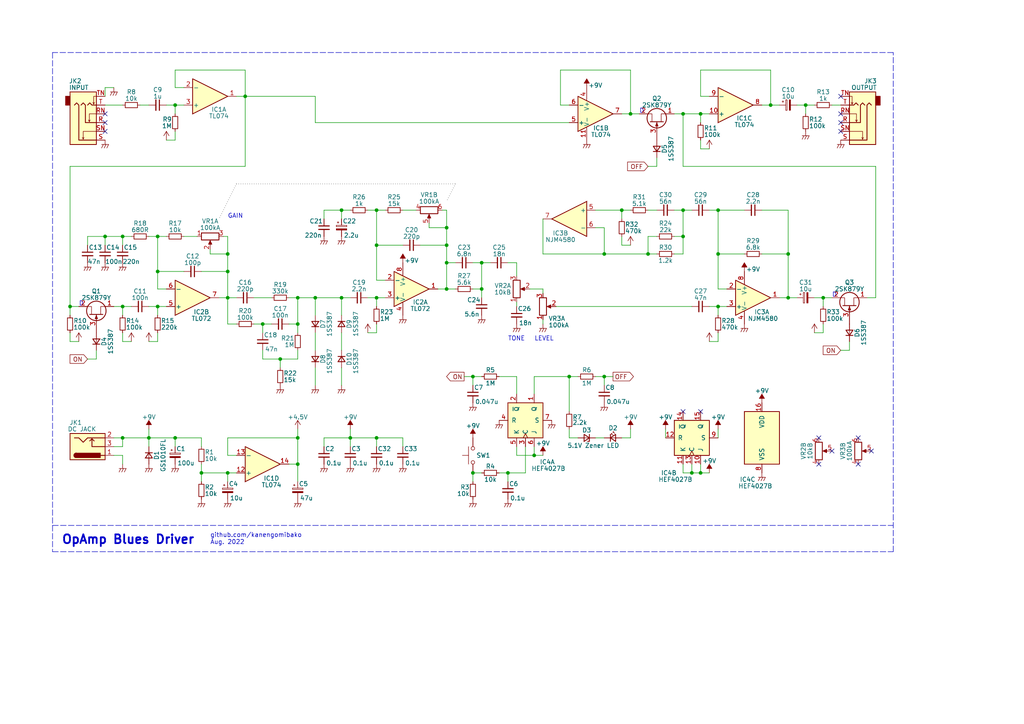
<source format=kicad_sch>
(kicad_sch (version 20211123) (generator eeschema)
  (paper "A4")
  (junction (at 228.6 86.36))
  (junction (at 233.68 30.48))
  (junction (at 137.16 137.16))
  (junction (at 71.12 27.94))
  (junction (at 45.72 68.58))
  (junction (at 198.12 60.96))
  (junction (at 35.56 88.9))
  (junction (at 45.72 88.9))
  (junction (at 91.44 86.36))
  (junction (at 129.54 71.12))
  (junction (at 66.04 73.66))
  (junction (at 139.7 83.82))
  (junction (at 180.34 60.96))
  (junction (at 101.6 127))
  (junction (at 129.54 76.2))
  (junction (at 45.72 78.74))
  (junction (at 147.32 137.16))
  (junction (at 200.66 137.16))
  (junction (at 30.48 68.58))
  (junction (at 203.2 33.02))
  (junction (at 50.8 127))
  (junction (at 139.7 76.2))
  (junction (at 76.2 93.98))
  (junction (at 198.12 68.58))
  (junction (at 66.04 86.36))
  (junction (at 66.04 137.16))
  (junction (at 223.52 30.48))
  (junction (at 86.36 134.62))
  (junction (at 35.56 68.58))
  (junction (at 228.6 73.66))
  (junction (at 66.04 78.74))
  (junction (at 175.26 73.66))
  (junction (at 182.88 33.02))
  (junction (at 99.06 86.36))
  (junction (at 203.2 137.16))
  (junction (at 81.28 104.14))
  (junction (at 175.26 109.22))
  (junction (at 129.54 83.82))
  (junction (at 198.12 33.02))
  (junction (at 99.06 60.96))
  (junction (at 50.8 30.48))
  (junction (at 129.54 66.04))
  (junction (at 86.36 86.36))
  (junction (at 86.36 127))
  (junction (at 86.36 93.98))
  (junction (at 43.18 127))
  (junction (at 20.32 88.9))
  (junction (at 165.1 109.22))
  (junction (at 137.16 109.22))
  (junction (at 35.56 127))
  (junction (at 187.96 73.66))
  (junction (at 208.28 88.9))
  (junction (at 208.28 73.66))
  (junction (at 109.22 71.12))
  (junction (at 109.22 86.36))
  (junction (at 58.42 137.16))
  (junction (at 238.76 86.36))
  (junction (at 208.28 60.96))
  (junction (at 109.22 60.96))
  (junction (at 154.94 132.08))
  (junction (at 109.22 127))
  (no_connect (at 237.49 127))
  (no_connect (at 237.49 134.62))
  (no_connect (at 241.3 130.81))
  (no_connect (at 248.92 127))
  (no_connect (at 248.92 134.62))
  (no_connect (at 252.73 130.81))
  (no_connect (at 203.2 119.38))
  (no_connect (at 198.12 119.38))
  (no_connect (at 30.48 35.56))
  (no_connect (at 30.48 38.1))
  (no_connect (at 30.48 33.02))
  (no_connect (at 243.84 27.94))
  (no_connect (at 243.84 35.56))
  (no_connect (at 243.84 38.1))
  (no_connect (at 243.84 33.02))
  (wire (pts (xy 198.12 48.26) (xy 254 48.26)))
  (wire (pts (xy 200.66 137.16) (xy 203.2 137.16)))
  (wire (pts (xy 71.12 27.94) (xy 71.12 48.26)))
  (wire (pts (xy 60.96 73.66) (xy 66.04 73.66)))
  (wire (pts (xy 182.88 20.32) (xy 182.88 33.02)))
  (wire (pts (xy 58.42 78.74) (xy 66.04 78.74)))
  (wire (pts (xy 129.54 76.2) (xy 132.08 76.2)))
  (wire (pts (xy 187.96 73.66) (xy 190.5 73.66)))
  (wire (pts (xy 30.48 25.4) (xy 33.02 25.4)))
  (wire (pts (xy 48.26 88.9) (xy 45.72 88.9)))
  (wire (pts (xy 139.7 137.16) (xy 137.16 137.16)))
  (wire (pts (xy 205.74 88.9) (xy 208.28 88.9)))
  (wire (pts (xy 157.48 83.82) (xy 157.48 85.09)))
  (wire (pts (xy 190.5 45.72) (xy 190.5 48.26)))
  (wire (pts (xy 20.32 48.26) (xy 20.32 88.9)))
  (wire (pts (xy 109.22 129.54) (xy 109.22 127)))
  (wire (pts (xy 109.22 86.36) (xy 111.76 86.36)))
  (wire (pts (xy 177.8 109.22) (xy 175.26 109.22)))
  (wire (pts (xy 45.72 96.52) (xy 45.72 99.06)))
  (wire (pts (xy 175.26 73.66) (xy 187.96 73.66)))
  (wire (pts (xy 109.22 71.12) (xy 109.22 81.28)))
  (wire (pts (xy 220.98 60.96) (xy 228.6 60.96)))
  (wire (pts (xy 147.32 137.16) (xy 147.32 139.7)))
  (wire (pts (xy 76.2 101.6) (xy 76.2 104.14)))
  (wire (pts (xy 30.48 27.94) (xy 30.48 25.4)))
  (wire (pts (xy 200.66 134.62) (xy 200.66 137.16)))
  (wire (pts (xy 180.34 33.02) (xy 182.88 33.02)))
  (wire (pts (xy 233.68 30.48) (xy 236.22 30.48)))
  (wire (pts (xy 20.32 88.9) (xy 22.86 88.9)))
  (wire (pts (xy 33.02 88.9) (xy 35.56 88.9)))
  (wire (pts (xy 154.94 132.08) (xy 157.48 132.08)))
  (wire (pts (xy 144.78 109.22) (xy 149.86 109.22)))
  (wire (pts (xy 193.04 127) (xy 193.04 124.46)))
  (wire (pts (xy 241.3 30.48) (xy 243.84 30.48)))
  (wire (pts (xy 93.98 129.54) (xy 93.98 127)))
  (wire (pts (xy 198.12 73.66) (xy 195.58 73.66)))
  (wire (pts (xy 68.58 27.94) (xy 71.12 27.94)))
  (wire (pts (xy 109.22 60.96) (xy 106.68 60.96)))
  (wire (pts (xy 149.86 87.63) (xy 149.86 88.9)))
  (wire (pts (xy 208.28 73.66) (xy 208.28 83.82)))
  (wire (pts (xy 30.48 30.48) (xy 35.56 30.48)))
  (wire (pts (xy 157.48 63.5) (xy 157.48 73.66)))
  (wire (pts (xy 50.8 33.02) (xy 50.8 30.48)))
  (wire (pts (xy 228.6 73.66) (xy 228.6 86.36)))
  (wire (pts (xy 172.72 60.96) (xy 180.34 60.96)))
  (wire (pts (xy 101.6 129.54) (xy 101.6 127)))
  (wire (pts (xy 205.74 27.94) (xy 203.2 27.94)))
  (wire (pts (xy 66.04 73.66) (xy 66.04 78.74)))
  (wire (pts (xy 22.86 99.06) (xy 20.32 99.06)))
  (wire (pts (xy 231.14 30.48) (xy 233.68 30.48)))
  (wire (pts (xy 137.16 109.22) (xy 134.62 109.22)))
  (polyline (pts (xy 259.08 15.24) (xy 15.24 15.24)))
  (wire (pts (xy 139.7 109.22) (xy 137.16 109.22)))
  (wire (pts (xy 91.44 101.6) (xy 91.44 96.52)))
  (wire (pts (xy 58.42 137.16) (xy 58.42 139.7)))
  (wire (pts (xy 203.2 35.56) (xy 203.2 33.02)))
  (wire (pts (xy 111.76 81.28) (xy 109.22 81.28)))
  (wire (pts (xy 116.84 71.12) (xy 109.22 71.12)))
  (wire (pts (xy 99.06 111.76) (xy 99.06 106.68)))
  (wire (pts (xy 106.68 86.36) (xy 109.22 86.36)))
  (wire (pts (xy 198.12 33.02) (xy 198.12 48.26)))
  (wire (pts (xy 208.28 60.96) (xy 208.28 73.66)))
  (wire (pts (xy 167.64 109.22) (xy 165.1 109.22)))
  (wire (pts (xy 83.82 86.36) (xy 86.36 86.36)))
  (wire (pts (xy 124.46 66.04) (xy 129.54 66.04)))
  (wire (pts (xy 208.28 88.9) (xy 208.28 91.44)))
  (wire (pts (xy 116.84 127) (xy 116.84 129.54)))
  (wire (pts (xy 139.7 76.2) (xy 139.7 83.82)))
  (polyline (pts (xy 68.58 53.34) (xy 132.08 53.34)) (stroke (width 0) (type dot) (color 72 72 72 1)))
  (wire (pts (xy 66.04 137.16) (xy 68.58 137.16)))
  (wire (pts (xy 93.98 60.96) (xy 99.06 60.96)))
  (wire (pts (xy 251.46 86.36) (xy 254 86.36)))
  (wire (pts (xy 157.48 92.71) (xy 157.48 93.98)))
  (wire (pts (xy 68.58 132.08) (xy 66.04 132.08)))
  (wire (pts (xy 127 83.82) (xy 129.54 83.82)))
  (wire (pts (xy 81.28 104.14) (xy 86.36 104.14)))
  (wire (pts (xy 195.58 33.02) (xy 198.12 33.02)))
  (wire (pts (xy 198.12 33.02) (xy 203.2 33.02)))
  (wire (pts (xy 203.2 27.94) (xy 203.2 20.32)))
  (wire (pts (xy 129.54 71.12) (xy 121.92 71.12)))
  (wire (pts (xy 33.02 129.54) (xy 35.56 129.54)))
  (wire (pts (xy 129.54 76.2) (xy 129.54 71.12)))
  (wire (pts (xy 20.32 48.26) (xy 71.12 48.26)))
  (wire (pts (xy 68.58 86.36) (xy 66.04 86.36)))
  (wire (pts (xy 128.27 60.96) (xy 129.54 60.96)))
  (wire (pts (xy 45.72 78.74) (xy 53.34 78.74)))
  (wire (pts (xy 93.98 63.5) (xy 93.98 60.96)))
  (wire (pts (xy 38.1 99.06) (xy 35.56 99.06)))
  (wire (pts (xy 236.22 96.52) (xy 238.76 96.52)))
  (wire (pts (xy 86.36 86.36) (xy 86.36 93.98)))
  (wire (pts (xy 228.6 86.36) (xy 231.14 86.36)))
  (wire (pts (xy 172.72 127) (xy 175.26 127)))
  (wire (pts (xy 223.52 30.48) (xy 226.06 30.48)))
  (wire (pts (xy 91.44 35.56) (xy 91.44 27.94)))
  (wire (pts (xy 129.54 83.82) (xy 132.08 83.82)))
  (wire (pts (xy 76.2 104.14) (xy 81.28 104.14)))
  (wire (pts (xy 50.8 30.48) (xy 48.26 30.48)))
  (wire (pts (xy 27.94 104.14) (xy 27.94 101.6)))
  (wire (pts (xy 91.44 86.36) (xy 99.06 86.36)))
  (wire (pts (xy 76.2 93.98) (xy 78.74 93.98)))
  (wire (pts (xy 144.78 137.16) (xy 147.32 137.16)))
  (wire (pts (xy 66.04 78.74) (xy 66.04 86.36)))
  (wire (pts (xy 45.72 83.82) (xy 45.72 78.74)))
  (wire (pts (xy 43.18 88.9) (xy 45.72 88.9)))
  (wire (pts (xy 50.8 40.64) (xy 48.26 40.64)))
  (wire (pts (xy 64.77 68.58) (xy 66.04 68.58)))
  (wire (pts (xy 76.2 93.98) (xy 76.2 96.52)))
  (wire (pts (xy 50.8 127) (xy 58.42 127)))
  (wire (pts (xy 109.22 127) (xy 116.84 127)))
  (wire (pts (xy 154.94 109.22) (xy 154.94 114.3)))
  (wire (pts (xy 35.56 96.52) (xy 35.56 99.06)))
  (wire (pts (xy 53.34 25.4) (xy 50.8 25.4)))
  (wire (pts (xy 147.32 137.16) (xy 152.4 137.16)))
  (wire (pts (xy 93.98 127) (xy 101.6 127)))
  (wire (pts (xy 162.56 30.48) (xy 162.56 20.32)))
  (wire (pts (xy 149.86 76.2) (xy 149.86 80.01)))
  (wire (pts (xy 236.22 86.36) (xy 238.76 86.36)))
  (wire (pts (xy 25.4 71.12) (xy 25.4 68.58)))
  (wire (pts (xy 238.76 93.98) (xy 238.76 96.52)))
  (wire (pts (xy 73.66 86.36) (xy 78.74 86.36)))
  (wire (pts (xy 228.6 60.96) (xy 228.6 73.66)))
  (wire (pts (xy 109.22 96.52) (xy 106.68 96.52)))
  (wire (pts (xy 43.18 99.06) (xy 45.72 99.06)))
  (wire (pts (xy 71.12 27.94) (xy 91.44 27.94)))
  (wire (pts (xy 25.4 104.14) (xy 27.94 104.14)))
  (wire (pts (xy 190.5 48.26) (xy 187.96 48.26)))
  (wire (pts (xy 50.8 25.4) (xy 50.8 20.32)))
  (polyline (pts (xy 15.24 160.02) (xy 259.08 160.02)))
  (wire (pts (xy 30.48 71.12) (xy 30.48 68.58)))
  (wire (pts (xy 238.76 88.9) (xy 238.76 86.36)))
  (wire (pts (xy 83.82 134.62) (xy 86.36 134.62)))
  (wire (pts (xy 66.04 127) (xy 86.36 127)))
  (wire (pts (xy 35.56 129.54) (xy 35.56 127)))
  (wire (pts (xy 180.34 68.58) (xy 180.34 71.12)))
  (wire (pts (xy 109.22 88.9) (xy 109.22 86.36)))
  (polyline (pts (xy 259.08 160.02) (xy 259.08 15.24)))
  (wire (pts (xy 58.42 129.54) (xy 58.42 127)))
  (wire (pts (xy 175.26 109.22) (xy 175.26 111.76)))
  (wire (pts (xy 182.88 127) (xy 182.88 124.46)))
  (wire (pts (xy 66.04 137.16) (xy 66.04 139.7)))
  (wire (pts (xy 43.18 127) (xy 43.18 129.54)))
  (wire (pts (xy 45.72 68.58) (xy 43.18 68.58)))
  (wire (pts (xy 165.1 127) (xy 167.64 127)))
  (wire (pts (xy 91.44 106.68) (xy 91.44 111.76)))
  (wire (pts (xy 208.28 88.9) (xy 210.82 88.9)))
  (wire (pts (xy 175.26 66.04) (xy 175.26 73.66)))
  (wire (pts (xy 91.44 35.56) (xy 165.1 35.56)))
  (wire (pts (xy 43.18 124.46) (xy 43.18 127)))
  (wire (pts (xy 58.42 134.62) (xy 58.42 137.16)))
  (wire (pts (xy 215.9 73.66) (xy 208.28 73.66)))
  (wire (pts (xy 86.36 127) (xy 86.36 124.46)))
  (wire (pts (xy 182.88 33.02) (xy 185.42 33.02)))
  (wire (pts (xy 50.8 129.54) (xy 50.8 127)))
  (wire (pts (xy 137.16 83.82) (xy 139.7 83.82)))
  (wire (pts (xy 25.4 68.58) (xy 30.48 68.58)))
  (wire (pts (xy 99.06 96.52) (xy 99.06 101.6)))
  (wire (pts (xy 58.42 137.16) (xy 66.04 137.16)))
  (wire (pts (xy 154.94 109.22) (xy 165.1 109.22)))
  (wire (pts (xy 91.44 91.44) (xy 91.44 86.36)))
  (wire (pts (xy 35.56 132.08) (xy 35.56 134.62)))
  (wire (pts (xy 101.6 127) (xy 101.6 124.46)))
  (wire (pts (xy 195.58 68.58) (xy 198.12 68.58)))
  (wire (pts (xy 86.36 86.36) (xy 91.44 86.36)))
  (wire (pts (xy 223.52 30.48) (xy 220.98 30.48)))
  (wire (pts (xy 139.7 86.36) (xy 139.7 83.82)))
  (wire (pts (xy 153.67 83.82) (xy 157.48 83.82)))
  (wire (pts (xy 40.64 30.48) (xy 43.18 30.48)))
  (wire (pts (xy 165.1 124.46) (xy 165.1 127)))
  (wire (pts (xy 198.12 137.16) (xy 200.66 137.16)))
  (polyline (pts (xy 68.58 53.34) (xy 63.5 63.5)) (stroke (width 0) (type dot) (color 72 72 72 1)))
  (wire (pts (xy 99.06 91.44) (xy 99.06 86.36)))
  (wire (pts (xy 71.12 20.32) (xy 71.12 27.94)))
  (wire (pts (xy 208.28 127) (xy 208.28 124.46)))
  (wire (pts (xy 35.56 127) (xy 43.18 127)))
  (wire (pts (xy 203.2 33.02) (xy 205.74 33.02)))
  (wire (pts (xy 205.74 99.06) (xy 208.28 99.06)))
  (wire (pts (xy 190.5 60.96) (xy 187.96 60.96)))
  (wire (pts (xy 203.2 20.32) (xy 223.52 20.32)))
  (wire (pts (xy 180.34 60.96) (xy 182.88 60.96)))
  (wire (pts (xy 129.54 66.04) (xy 129.54 71.12)))
  (wire (pts (xy 180.34 127) (xy 182.88 127)))
  (wire (pts (xy 109.22 60.96) (xy 111.76 60.96)))
  (wire (pts (xy 53.34 68.58) (xy 57.15 68.58)))
  (wire (pts (xy 172.72 109.22) (xy 175.26 109.22)))
  (wire (pts (xy 139.7 76.2) (xy 142.24 76.2)))
  (wire (pts (xy 124.46 64.77) (xy 124.46 66.04)))
  (wire (pts (xy 50.8 38.1) (xy 50.8 40.64)))
  (wire (pts (xy 198.12 60.96) (xy 195.58 60.96)))
  (wire (pts (xy 20.32 96.52) (xy 20.32 99.06)))
  (wire (pts (xy 180.34 63.5) (xy 180.34 60.96)))
  (wire (pts (xy 246.38 99.06) (xy 246.38 101.6)))
  (wire (pts (xy 208.28 96.52) (xy 208.28 99.06)))
  (wire (pts (xy 45.72 68.58) (xy 45.72 78.74)))
  (wire (pts (xy 208.28 60.96) (xy 205.74 60.96)))
  (wire (pts (xy 175.26 73.66) (xy 157.48 73.66)))
  (wire (pts (xy 53.34 30.48) (xy 50.8 30.48)))
  (wire (pts (xy 149.86 129.54) (xy 149.86 132.08)))
  (wire (pts (xy 60.96 72.39) (xy 60.96 73.66)))
  (wire (pts (xy 233.68 30.48) (xy 233.68 33.02)))
  (wire (pts (xy 203.2 137.16) (xy 205.74 137.16)))
  (wire (pts (xy 152.4 137.16) (xy 152.4 129.54)))
  (wire (pts (xy 20.32 91.44) (xy 20.32 88.9)))
  (wire (pts (xy 50.8 20.32) (xy 71.12 20.32)))
  (wire (pts (xy 137.16 76.2) (xy 139.7 76.2)))
  (wire (pts (xy 66.04 86.36) (xy 66.04 93.98)))
  (wire (pts (xy 226.06 86.36) (xy 228.6 86.36)))
  (wire (pts (xy 220.98 73.66) (xy 228.6 73.66)))
  (wire (pts (xy 99.06 60.96) (xy 99.06 63.5)))
  (wire (pts (xy 66.04 132.08) (xy 66.04 127)))
  (wire (pts (xy 86.36 134.62) (xy 86.36 139.7)))
  (wire (pts (xy 238.76 86.36) (xy 241.3 86.36)))
  (wire (pts (xy 66.04 73.66) (xy 66.04 68.58)))
  (wire (pts (xy 198.12 60.96) (xy 198.12 68.58)))
  (wire (pts (xy 35.56 68.58) (xy 38.1 68.58)))
  (wire (pts (xy 190.5 68.58) (xy 187.96 68.58)))
  (wire (pts (xy 223.52 20.32) (xy 223.52 30.48)))
  (wire (pts (xy 162.56 20.32) (xy 182.88 20.32)))
  (wire (pts (xy 109.22 93.98) (xy 109.22 96.52)))
  (wire (pts (xy 210.82 83.82) (xy 208.28 83.82)))
  (wire (pts (xy 208.28 60.96) (xy 215.9 60.96)))
  (wire (pts (xy 165.1 109.22) (xy 165.1 119.38)))
  (wire (pts (xy 137.16 109.22) (xy 137.16 111.76)))
  (wire (pts (xy 203.2 134.62) (xy 203.2 137.16)))
  (polyline (pts (xy 15.24 15.24) (xy 15.24 160.02)))
  (wire (pts (xy 154.94 129.54) (xy 154.94 132.08)))
  (wire (pts (xy 101.6 60.96) (xy 99.06 60.96)))
  (wire (pts (xy 172.72 66.04) (xy 175.26 66.04)))
  (wire (pts (xy 147.32 76.2) (xy 149.86 76.2)))
  (wire (pts (xy 205.74 43.18) (xy 203.2 43.18)))
  (wire (pts (xy 86.36 96.52) (xy 86.36 93.98)))
  (wire (pts (xy 137.16 137.16) (xy 137.16 139.7)))
  (polyline (pts (xy 132.08 53.34) (xy 129.54 58.42)) (stroke (width 0) (type dot) (color 72 72 72 1)))
  (polyline (pts (xy 15.24 152.4) (xy 259.08 152.4)))
  (wire (pts (xy 129.54 66.04) (xy 129.54 60.96)))
  (wire (pts (xy 45.72 88.9) (xy 45.72 91.44)))
  (wire (pts (xy 246.38 101.6) (xy 243.84 101.6)))
  (wire (pts (xy 30.48 68.58) (xy 35.56 68.58)))
  (wire (pts (xy 198.12 68.58) (xy 198.12 73.66)))
  (wire (pts (xy 35.56 88.9) (xy 38.1 88.9)))
  (wire (pts (xy 86.36 127) (xy 86.36 134.62)))
  (wire (pts (xy 149.86 132.08) (xy 154.94 132.08)))
  (wire (pts (xy 73.66 93.98) (xy 76.2 93.98)))
  (wire (pts (xy 48.26 83.82) (xy 45.72 83.82)))
  (wire (pts (xy 66.04 86.36) (xy 63.5 86.36)))
  (wire (pts (xy 165.1 30.48) (xy 162.56 30.48)))
  (wire (pts (xy 83.82 93.98) (xy 86.36 93.98)))
  (wire (pts (xy 99.06 86.36) (xy 101.6 86.36)))
  (wire (pts (xy 86.36 101.6) (xy 86.36 104.14)))
  (wire (pts (xy 187.96 68.58) (xy 187.96 73.66)))
  (wire (pts (xy 203.2 40.64) (xy 203.2 43.18)))
  (wire (pts (xy 129.54 76.2) (xy 129.54 83.82)))
  (wire (pts (xy 198.12 134.62) (xy 198.12 137.16)))
  (wire (pts (xy 33.02 127) (xy 35.56 127)))
  (wire (pts (xy 35.56 91.44) (xy 35.56 88.9)))
  (wire (pts (xy 109.22 71.12) (xy 109.22 60.96)))
  (wire (pts (xy 161.29 88.9) (xy 200.66 88.9)))
  (wire (pts (xy 33.02 132.08) (xy 35.56 132.08)))
  (wire (pts (xy 43.18 127) (xy 50.8 127)))
  (wire (pts (xy 48.26 68.58) (xy 45.72 68.58)))
  (wire (pts (xy 35.56 71.12) (xy 35.56 68.58)))
  (wire (pts (xy 254 48.26) (xy 254 86.36)))
  (wire (pts (xy 81.28 104.14) (xy 81.28 106.68)))
  (wire (pts (xy 66.04 93.98) (xy 68.58 93.98)))
  (wire (pts (xy 149.86 109.22) (xy 149.86 114.3)))
  (wire (pts (xy 200.66 60.96) (xy 198.12 60.96)))
  (wire (pts (xy 180.34 71.12) (xy 182.88 71.12)))
  (wire (pts (xy 101.6 127) (xy 109.22 127)))
  (wire (pts (xy 116.84 60.96) (xy 120.65 60.96)))
  (text "D" (at 185.42 33.02 0) (effects (font (size 1.27 1.27)) (justify left bottom)))
  (text "D" (at 241.3 86.36 0) (effects (font (size 1.27 1.27)) (justify left bottom)))
  (text "D" (at 22.86 88.9 0) (effects (font (size 1.27 1.27)) (justify left bottom)))
  (text "OpAmp Blues Driver" (at 17.78 158.115 0) (effects (font (size 2.54 2.54) (thickness 0.508) bold) (justify left bottom)))
  (text "GAIN" (at 66.04 63.5 0) (effects (font (size 1.27 1.27)) (justify left bottom)))
  (text "github.com/kanengomibako\nAug. 2022" (at 60.96 158.115 0) (effects (font (size 1.27 1.27)) (justify left bottom)))
  (text "TONE   LEVEL" (at 147.32 99.06 0) (effects (font (size 1.27 1.27)) (justify left bottom)))
  (global_label "OFF" (shape output) (at 177.8 109.22 0) (property "Intersheet References" "${INTERSHEET_REFS}" (effects hide)))
  (global_label "ON" (shape input) (at 243.84 101.6 180) (property "Intersheet References" "${INTERSHEET_REFS}" (effects hide)))
  (global_label "ON" (shape output) (at 134.62 109.22 180) (property "Intersheet References" "${INTERSHEET_REFS}" (effects hide)))
  (global_label "ON" (shape input) (at 25.4 104.14 180) (property "Intersheet References" "${INTERSHEET_REFS}" (effects hide)))
  (global_label "OFF" (shape input) (at 187.96 48.26 180) (property "Intersheet References" "${INTERSHEET_REFS}" (effects hide)))
  (symbol (lib_id "4xxx:4027") (at 200.66 127 270) (mirror x) (unit 2)
    (property "Reference" "IC4" (at 193.9925 137.16 90))
    (property "Value" "HEF4027B" (at 195.8975 139.065 90))
    (property "Footprint" "myFoot:my_SOIC-16_3.9x9.9mm_Pitch1.27mm" (effects hide))
  )
  (symbol (lib_name "GND_2") (lib_id "power:GND") (at 116.84 134.62 0) (unit 1)
    (property "Reference" "#PWR042" (effects hide))
    (property "Value" "GND" (effects hide))
  )
  (symbol (lib_name "GND_2") (lib_id "power:GND") (at 91.44 111.76 0) (unit 1)
    (property "Reference" "#PWR0116" (effects hide))
    (property "Value" "GND" (effects hide))
  )
  (symbol (lib_id "Device:R_Small") (at 208.28 93.98 0) (unit 1)
    (property "Reference" "R28" (at 209.2325 93.0275 0) (effects (justify left)))
    (property "Value" "470k" (at 209.2325 94.9325 0) (effects (justify left)))
    (property "Footprint" "Resistor_SMD:R_0603_1608Metric_Pad0.98x0.95mm_HandSolder" (effects hide))
  )
  (symbol (lib_id "Device:R_Small") (at 142.24 109.22 270) (mirror x) (unit 1)
    (property "Reference" "R5" (at 142.24 107.315 90))
    (property "Value" "1M" (at 142.24 111.125 90))
    (property "Footprint" "Resistor_SMD:R_0603_1608Metric_Pad0.98x0.95mm_HandSolder" (effects hide))
  )
  (symbol (lib_id "Device:C_Small") (at 25.4 73.66 0) (unit 1)
    (property "Reference" "C13" (at 25.7175 71.755 0) (effects (justify left)))
    (property "Value" "47n" (at 25.4 75.8825 0) (effects (justify left)))
    (property "Footprint" "Capacitor_SMD:C_1210_3225Metric" (effects hide))
  )
  (symbol (lib_id "Device:R_Small") (at 86.36 99.06 0) (mirror y) (unit 1)
    (property "Reference" "R21" (at 85.4075 98.1075 0) (effects (justify left)))
    (property "Value" "1M" (at 85.4075 100.0125 0) (effects (justify left)))
    (property "Footprint" "Resistor_SMD:R_0603_1608Metric_Pad0.98x0.95mm_HandSolder" (effects hide))
  )
  (symbol (lib_id "Device:C_Small") (at 137.16 114.3 0) (unit 1)
    (property "Reference" "C7" (at 137.4775 112.395 0) (effects (justify left)))
    (property "Value" "0.047u" (at 137.795 116.5225 0) (effects (justify left)))
    (property "Footprint" "Capacitor_SMD:C_0603_1608Metric_Pad1.08x0.95mm_HandSolder" (effects hide))
  )
  (symbol (lib_id "Device:R_Small") (at 137.16 142.24 0) (mirror y) (unit 1)
    (property "Reference" "R3" (at 136.2075 141.2875 0) (effects (justify left)))
    (property "Value" "10k" (at 136.2075 143.1925 0) (effects (justify left)))
    (property "Footprint" "Resistor_SMD:R_0603_1608Metric_Pad0.98x0.95mm_HandSolder" (effects hide))
  )
  (symbol (lib_id "Device:D_Small") (at 99.06 93.98 270) (unit 1)
    (property "Reference" "D9" (at 101.2825 93.98 0))
    (property "Value" "1SS387" (at 103.1875 93.98 0))
    (property "Footprint" "myFoot:D_SOD-523_HandSoldering" (effects hide))
  )
  (symbol (lib_id "Device:R_Potentiometer_Dual_Separate") (at 157.48 88.9 0) (mirror x) (unit 1)
    (property "Reference" "VR3" (at 159.0675 92.3925 0) (effects (justify left)))
    (property "Value" "100kA" (at 159.0675 94.2975 0) (effects (justify left)))
    (property "Footprint" "myFoot:my_pot_slide_20mm_travel" (effects hide))
  )
  (symbol (lib_id "Device:C_Small") (at 116.84 132.08 0) (unit 1)
    (property "Reference" "C33" (at 117.1575 130.175 0) (effects (justify left)))
    (property "Value" "0.1u" (at 117.475 134.3025 0) (effects (justify left)))
    (property "Footprint" "Capacitor_SMD:C_0603_1608Metric_Pad1.08x0.95mm_HandSolder" (effects hide))
  )
  (symbol (lib_id "Device:R_Small") (at 81.28 109.22 0) (unit 1)
    (property "Reference" "R22" (at 82.2325 108.2675 0) (effects (justify left)))
    (property "Value" "15k" (at 82.2325 110.1725 0) (effects (justify left)))
    (property "Footprint" "Resistor_SMD:R_0603_1608Metric_Pad0.98x0.95mm_HandSolder" (effects hide))
  )
  (symbol (lib_id "Device:C_Small") (at 203.2 60.96 90) (mirror x) (unit 1)
    (property "Reference" "C29" (at 203.2 56.515 90))
    (property "Value" "56n" (at 203.2 58.42 90))
    (property "Footprint" "Capacitor_SMD:C_1206_3216Metric" (effects hide))
  )
  (symbol (lib_name "GND_2") (lib_id "power:GND") (at 233.68 38.1 0) (unit 1)
    (property "Reference" "#PWR073" (effects hide))
    (property "Value" "GND" (effects hide))
  )
  (symbol (lib_id "Device:C_Small") (at 144.78 76.2 270) (unit 1)
    (property "Reference" "C25" (at 144.78 71.755 90))
    (property "Value" "18n" (at 144.78 73.66 90))
    (property "Footprint" "Capacitor_SMD:C_0805_2012Metric" (effects hide))
  )
  (symbol (lib_id "power:+9V") (at 220.98 116.84 0) (unit 1)
    (property "Reference" "#PWR027" (effects hide))
    (property "Value" "+9V" (at 220.98 113.3475 0))
  )
  (symbol (lib_id "Device:D_Small") (at 91.44 104.14 90) (unit 1)
    (property "Reference" "D8" (at 93.6625 104.14 0))
    (property "Value" "1SS387" (at 95.5675 104.775 0))
    (property "Footprint" "myFoot:D_SOD-523_HandSoldering" (effects hide))
  )
  (symbol (lib_id "Amplifier_Operational:TL074") (at 76.2 134.62 0) (mirror x) (unit 4)
    (property "Reference" "IC1" (at 78.74 138.7475 0))
    (property "Value" "TL074" (at 78.74 140.6525 0))
    (property "Footprint" "myFoot:my_TSSOP-14" (effects hide))
  )
  (symbol (lib_id "Device:C_Small") (at 55.88 78.74 270) (unit 1)
    (property "Reference" "C12" (at 55.88 74.295 90))
    (property "Value" "100p" (at 55.88 76.2 90))
    (property "Footprint" "Capacitor_SMD:C_0603_1608Metric_Pad1.08x0.95mm_HandSolder" (effects hide))
  )
  (symbol (lib_name "GND_2") (lib_id "power:GND") (at 170.18 40.64 0) (unit 1)
    (property "Reference" "#PWR061" (effects hide))
    (property "Value" "GND" (effects hide))
  )
  (symbol (lib_id "Device:R_Small") (at 40.64 68.58 90) (unit 1)
    (property "Reference" "R18" (at 40.64 64.77 90))
    (property "Value" "680R" (at 40.64 66.675 90))
    (property "Footprint" "Resistor_SMD:R_0805_2012Metric" (effects hide))
  )
  (symbol (lib_id "Amplifier_Operational:TL072") (at 218.44 86.36 0) (mirror x) (unit 1)
    (property "Reference" "IC3" (at 220.98 90.4875 0))
    (property "Value" "NJM4580" (at 221.2975 92.3925 0))
    (property "Footprint" "myFoot:my_SOIC-8_3.9x4.9mm_Pitch1.27mm" (effects hide))
  )
  (symbol (lib_id "myLib:+4.5V") (at 205.74 99.06 0) (unit 1)
    (property "Reference" "#PWR031" (effects hide))
    (property "Value" "+4.5V" (effects hide))
  )
  (symbol (lib_id "Device:R_Small") (at 203.2 38.1 0) (unit 1)
    (property "Reference" "R11" (at 204.1525 37.1475 0) (effects (justify left)))
    (property "Value" "100k" (at 204.1525 39.0525 0) (effects (justify left)))
    (property "Footprint" "Resistor_SMD:R_0603_1608Metric_Pad0.98x0.95mm_HandSolder" (effects hide))
  )
  (symbol (lib_id "Device:R_Small") (at 58.42 142.24 0) (unit 1)
    (property "Reference" "R2" (at 59.3725 141.2875 0) (effects (justify left)))
    (property "Value" "10k" (at 59.3725 143.1925 0) (effects (justify left)))
    (property "Footprint" "Resistor_SMD:R_0603_1608Metric_Pad0.98x0.95mm_HandSolder" (effects hide))
  )
  (symbol (lib_id "Amplifier_Operational:TL072") (at 119.38 83.82 0) (mirror x) (unit 1)
    (property "Reference" "IC2" (at 121.92 87.63 0))
    (property "Value" "TL072" (at 121.92 89.535 0))
    (property "Footprint" "Package_DIP:DIP-8_W7.62mm" (effects hide))
  )
  (symbol (lib_id "Switch:SW_Push") (at 137.16 132.08 90) (unit 1)
    (property "Reference" "SW1" (at 142.24 132.08 90) (effects (justify left)))
    (property "Value" "SW_Push" (effects hide))
    (property "Footprint" "myFoot:my_SKHCBFA010" (effects hide))
  )
  (symbol (lib_id "Device:D_Small") (at 246.38 96.52 90) (unit 1)
    (property "Reference" "D6" (at 248.6025 96.52 0))
    (property "Value" "1SS387" (at 250.5075 96.52 0))
    (property "Footprint" "myFoot:D_SOD-523_HandSoldering" (effects hide))
  )
  (symbol (lib_id "Device:C_Small") (at 93.98 66.04 0) (mirror y) (unit 1)
    (property "Reference" "C21" (at 93.6625 64.135 0) (effects (justify left)))
    (property "Value" "220n" (at 93.345 68.2625 0) (effects (justify left)))
    (property "Footprint" "Capacitor_SMD:C_1210_3225Metric" (effects hide))
  )
  (symbol (lib_id "Device:C_Small") (at 104.14 86.36 270) (unit 1)
    (property "Reference" "C19" (at 104.14 81.915 90))
    (property "Value" "2.2n" (at 104.14 83.82 90))
    (property "Footprint" "Capacitor_SMD:C_0603_1608Metric_Pad1.08x0.95mm_HandSolder" (effects hide))
  )
  (symbol (lib_id "Device:R_Small") (at 58.42 132.08 0) (unit 1)
    (property "Reference" "R1" (at 59.3725 131.1275 0) (effects (justify left)))
    (property "Value" "10k" (at 59.3725 133.0325 0) (effects (justify left)))
    (property "Footprint" "Resistor_SMD:R_0603_1608Metric_Pad0.98x0.95mm_HandSolder" (effects hide))
  )
  (symbol (lib_id "Device:Q_NJFET_SDG") (at 246.38 88.9 90) (unit 1)
    (property "Reference" "Q3" (at 246.38 81.915 90))
    (property "Value" "2SK879Y" (at 246.38 83.82 90))
    (property "Footprint" "Package_TO_SOT_SMD:SOT-323_SC-70_Handsoldering" (effects hide))
  )
  (symbol (lib_name "GND_2") (lib_id "power:GND") (at 43.18 134.62 0) (unit 1)
    (property "Reference" "#PWR015" (effects hide))
    (property "Value" "GND" (effects hide))
  )
  (symbol (lib_name "GND_2") (lib_id "power:GND") (at 157.48 93.98 0) (unit 1)
    (property "Reference" "#PWR045" (effects hide))
    (property "Value" "GND" (effects hide))
  )
  (symbol (lib_name "GND_2") (lib_id "power:GND") (at 175.26 116.84 0) (unit 1)
    (property "Reference" "#PWR017" (effects hide))
    (property "Value" "GND" (effects hide))
  )
  (symbol (lib_id "Device:D_Small") (at 43.18 132.08 270) (unit 1)
    (property "Reference" "D1" (at 45.4025 132.08 0))
    (property "Value" "GS1010FL" (at 47.3075 132.08 0))
    (property "Footprint" "myFoot:my_D_GS1010FL" (effects hide))
  )
  (symbol (lib_id "power:+9V") (at 182.88 124.46 0) (unit 1)
    (property "Reference" "#PWR022" (effects hide))
    (property "Value" "+9V" (at 182.88 120.9675 0))
  )
  (symbol (lib_id "Amplifier_Operational:TL074") (at 172.72 33.02 0) (mirror x) (unit 2)
    (property "Reference" "IC1" (at 174.3075 37.1475 0))
    (property "Value" "TL074" (at 174.3075 39.0525 0))
    (property "Footprint" "myFoot:my_TSSOP-14" (effects hide))
  )
  (symbol (lib_id "Device:C_Polarized_Small") (at 99.06 66.04 0) (unit 1)
    (property "Reference" "C22" (at 99.3775 64.135 0) (effects (justify left)))
    (property "Value" "2.2u" (at 99.695 68.2625 0) (effects (justify left)))
    (property "Footprint" "Capacitor_SMD:CP_Elec_4x5.4" (effects hide))
  )
  (symbol (lib_id "power:+9V") (at 137.16 127 0) (unit 1)
    (property "Reference" "#PWR010" (effects hide))
    (property "Value" "+9V" (at 137.16 123.5075 0))
  )
  (symbol (lib_id "Device:D_Small") (at 91.44 93.98 90) (unit 1)
    (property "Reference" "D7" (at 93.6625 93.98 0))
    (property "Value" "1SS387" (at 95.5675 93.98 0))
    (property "Footprint" "myFoot:D_SOD-523_HandSoldering" (effects hide))
  )
  (symbol (lib_id "myLib:+4.5V") (at 182.88 71.12 0) (unit 1)
    (property "Reference" "#PWR032" (effects hide))
    (property "Value" "+4.5V" (effects hide))
  )
  (symbol (lib_id "myLib:+4.5V") (at 205.74 43.18 0) (unit 1)
    (property "Reference" "#PWR033" (effects hide))
    (property "Value" "+4.5V" (effects hide))
  )
  (symbol (lib_id "Device:R_Potentiometer_Dual_Separate") (at 237.49 130.81 0) (mirror x) (unit 2)
    (property "Reference" "VR2" (at 233.045 130.81 90))
    (property "Value" "10kB" (at 234.95 130.81 90))
    (property "Footprint" "myFoot:my_pot_slide_20mm_travel" (effects hide))
  )
  (symbol (lib_id "Device:C_Small") (at 193.04 60.96 90) (mirror x) (unit 1)
    (property "Reference" "C30" (at 193.04 56.515 90))
    (property "Value" "56n" (at 193.04 58.42 90))
    (property "Footprint" "Capacitor_SMD:C_1206_3216Metric" (effects hide))
  )
  (symbol (lib_id "Device:C_Polarized_Small") (at 50.8 132.08 0) (unit 1)
    (property "Reference" "C1" (at 51.1175 130.175 0) (effects (justify left)))
    (property "Value" "100u" (at 51.435 134.3025 0) (effects (justify left)))
    (property "Footprint" "Capacitor_SMD:CP_Elec_6.3x5.4_Nichicon" (effects hide))
  )
  (symbol (lib_id "Device:R_Small") (at 193.04 68.58 90) (unit 1)
    (property "Reference" "R24" (at 193.04 64.77 90))
    (property "Value" "22k" (at 193.04 66.675 90))
    (property "Footprint" "Resistor_SMD:R_0603_1608Metric_Pad0.98x0.95mm_HandSolder" (effects hide))
  )
  (symbol (lib_id "Device:D_Small") (at 190.5 43.18 90) (unit 1)
    (property "Reference" "D5" (at 192.7225 43.18 0))
    (property "Value" "1SS387" (at 194.6275 43.18 0))
    (property "Footprint" "myFoot:D_SOD-523_HandSoldering" (effects hide))
  )
  (symbol (lib_name "GND_2") (lib_id "power:GND") (at 50.8 134.62 0) (unit 1)
    (property "Reference" "#PWR021" (effects hide))
    (property "Value" "GND" (effects hide))
  )
  (symbol (lib_id "Device:C_Small") (at 203.2 88.9 270) (unit 1)
    (property "Reference" "C27" (at 203.2 84.455 90))
    (property "Value" "47n" (at 203.2 86.36 90))
    (property "Footprint" "Capacitor_SMD:C_1206_3216Metric" (effects hide))
  )
  (symbol (lib_id "Amplifier_Operational:TL074") (at 213.36 30.48 0) (mirror x) (unit 3)
    (property "Reference" "IC1" (at 215.9 34.29 0))
    (property "Value" "TL074" (at 215.9 36.195 0))
    (property "Footprint" "myFoot:my_TSSOP-14" (effects hide))
  )
  (symbol (lib_name "GND_2") (lib_id "power:GND") (at 139.7 91.44 0) (unit 1)
    (property "Reference" "#PWR043" (effects hide))
    (property "Value" "GND" (effects hide))
  )
  (symbol (lib_id "Device:C_Small") (at 35.56 73.66 0) (unit 1)
    (property "Reference" "C15" (at 35.8775 71.755 0) (effects (justify left)))
    (property "Value" "220n" (at 35.56 75.8825 0) (effects (justify left)))
    (property "Footprint" "Capacitor_SMD:C_1210_3225Metric" (effects hide))
  )
  (symbol (lib_name "GND_2") (lib_id "power:GND") (at 93.98 68.58 0) (unit 1)
    (property "Reference" "#PWR039" (effects hide))
    (property "Value" "GND" (effects hide))
  )
  (symbol (lib_id "Device:R_Small") (at 50.8 35.56 0) (mirror y) (unit 1)
    (property "Reference" "R9" (at 49.8475 34.6075 0) (effects (justify left)))
    (property "Value" "1M" (at 49.8475 36.5125 0) (effects (justify left)))
    (property "Footprint" "Resistor_SMD:R_0603_1608Metric_Pad0.98x0.95mm_HandSolder" (effects hide))
  )
  (symbol (lib_name "GND_2") (lib_id "power:GND") (at 30.48 76.2 0) (unit 1)
    (property "Reference" "#PWR036" (effects hide))
    (property "Value" "GND" (effects hide))
  )
  (symbol (lib_id "Device:R_Small") (at 104.14 60.96 90) (unit 1)
    (property "Reference" "R26" (at 104.14 57.15 90))
    (property "Value" "1k" (at 104.14 59.055 90))
    (property "Footprint" "Resistor_SMD:R_0805_2012Metric" (effects hide))
  )
  (symbol (lib_id "Device:R_Potentiometer_Dual_Separate") (at 149.86 83.82 0) (mirror x) (unit 1)
    (property "Reference" "VR2" (at 148.2725 82.8675 0) (effects (justify right)))
    (property "Value" "10kB" (at 148.2725 84.7725 0) (effects (justify right)))
    (property "Footprint" "myFoot:my_pot_slide_20mm_travel" (effects hide))
  )
  (symbol (lib_name "GND_2") (lib_id "power:GND") (at 160.02 121.92 0) (unit 1)
    (property "Reference" "#PWR016" (effects hide))
    (property "Value" "GND" (effects hide))
  )
  (symbol (lib_id "power:+9V") (at 205.74 137.16 0) (unit 1)
    (property "Reference" "#PWR0103" (effects hide))
    (property "Value" "+9V" (at 205.74 133.6675 0))
  )
  (symbol (lib_name "GND_2") (lib_id "power:GND") (at 81.28 111.76 0) (unit 1)
    (property "Reference" "#PWR029" (effects hide))
    (property "Value" "GND" (effects hide))
  )
  (symbol (lib_name "GND_2") (lib_id "power:GND") (at 33.02 25.4 0) (unit 1)
    (property "Reference" "#PWR0102" (effects hide))
    (property "Value" "GND" (effects hide))
  )
  (symbol (lib_id "Device:D_Small") (at 99.06 104.14 270) (unit 1)
    (property "Reference" "D10" (at 101.2825 104.14 0))
    (property "Value" "1SS387" (at 103.1875 104.775 0))
    (property "Footprint" "myFoot:D_SOD-523_HandSoldering" (effects hide))
  )
  (symbol (lib_id "Amplifier_Operational:TL072") (at 55.88 86.36 0) (mirror x) (unit 2)
    (property "Reference" "IC2" (at 58.42 90.4875 0))
    (property "Value" "TL072" (at 58.42 92.3925 0))
    (property "Footprint" "Package_DIP:DIP-8_W7.62mm" (effects hide))
  )
  (symbol (lib_name "GND_2") (lib_id "power:GND") (at 35.56 134.62 0) (unit 1)
    (property "Reference" "#PWR0108" (effects hide))
    (property "Value" "GND" (effects hide))
  )
  (symbol (lib_id "Device:C_Small") (at 81.28 93.98 270) (unit 1)
    (property "Reference" "C17" (at 81.28 89.535 90))
    (property "Value" "100n" (at 81.28 91.44 90))
    (property "Footprint" "Capacitor_SMD:C_1206_3216Metric" (effects hide))
  )
  (symbol (lib_id "Device:R_Small") (at 185.42 60.96 90) (unit 1)
    (property "Reference" "R31" (at 185.42 57.15 90))
    (property "Value" "5.1k" (at 185.42 59.055 90))
    (property "Footprint" "Resistor_SMD:R_0603_1608Metric_Pad0.98x0.95mm_HandSolder" (effects hide))
  )
  (symbol (lib_id "Device:C_Small") (at 76.2 99.06 0) (unit 1)
    (property "Reference" "C18" (at 76.5175 97.155 0) (effects (justify left)))
    (property "Value" "47n" (at 76.835 101.2825 0) (effects (justify left)))
    (property "Footprint" "Capacitor_SMD:C_1206_3216Metric" (effects hide))
  )
  (symbol (lib_id "myLib:+4.5V") (at 48.26 40.64 0) (unit 1)
    (property "Reference" "#PWR01" (effects hide))
    (property "Value" "+4.5V" (effects hide))
  )
  (symbol (lib_id "myLib:+4.5V") (at 86.36 124.46 0) (unit 1)
    (property "Reference" "#PWR07" (effects hide))
    (property "Value" "+4.5V" (at 86.36 120.9675 0))
  )
  (symbol (lib_name "GND_2") (lib_id "power:GND") (at 25.4 76.2 0) (unit 1)
    (property "Reference" "#PWR05" (effects hide))
    (property "Value" "GND" (effects hide))
  )
  (symbol (lib_id "power:+9V") (at 116.84 76.2 0) (unit 1)
    (property "Reference" "#PWR0105" (effects hide))
    (property "Value" "+9V" (at 119.38 75.565 0))
  )
  (symbol (lib_id "Device:D_Small") (at 27.94 99.06 90) (unit 1)
    (property "Reference" "D4" (at 30.1625 99.06 0))
    (property "Value" "1SS387" (at 32.0675 99.06 0))
    (property "Footprint" "myFoot:D_SOD-523_HandSoldering" (effects hide))
  )
  (symbol (lib_id "Device:C_Small") (at 45.72 30.48 270) (unit 1)
    (property "Reference" "C9" (at 45.72 26.035 90))
    (property "Value" "1u" (at 45.72 27.94 90))
    (property "Footprint" "Capacitor_SMD:C_1206_3216Metric" (effects hide))
  )
  (symbol (lib_id "Device:C_Small") (at 134.62 76.2 270) (unit 1)
    (property "Reference" "C23" (at 134.62 71.755 90))
    (property "Value" "6.8n" (at 134.62 73.66 90))
    (property "Footprint" "Capacitor_SMD:C_0603_1608Metric_Pad1.08x0.95mm_HandSolder" (effects hide))
  )
  (symbol (lib_name "GND_2") (lib_id "power:GND") (at 86.36 144.78 0) (unit 1)
    (property "Reference" "#PWR028" (effects hide))
    (property "Value" "GND" (effects hide))
  )
  (symbol (lib_id "Connector:AudioJack3_Switch") (at 25.4 35.56 0) (mirror x) (unit 1)
    (property "Reference" "JK2" (at 20.0025 23.495 0) (effects (justify left)))
    (property "Value" "INPUT" (at 20.0025 25.4 0) (effects (justify left)))
    (property "Footprint" "myFoot:my_Phone_Jack_Daier" (effects hide))
  )
  (symbol (lib_id "Device:D_Zener_Small") (at 170.18 127 180) (unit 1)
    (property "Reference" "D3" (at 170.18 124.7775 0))
    (property "Value" "5.1V Zener" (at 169.8625 129.2225 0))
    (property "Footprint" "myFoot:my_D_SOD-123" (effects hide))
  )
  (symbol (lib_id "Device:R_Small") (at 238.76 30.48 90) (unit 1)
    (property "Reference" "R13" (at 238.76 26.67 90))
    (property "Value" "1k" (at 238.76 28.575 90))
    (property "Footprint" "Resistor_SMD:R_0805_2012Metric" (effects hide))
  )
  (symbol (lib_id "power:+9V") (at 101.6 124.46 0) (unit 1)
    (property "Reference" "#PWR040" (effects hide))
    (property "Value" "+9V" (at 101.6 120.9675 0))
  )
  (symbol (lib_id "Amplifier_Operational:TL072") (at 165.1 63.5 0) (mirror y) (unit 2)
    (property "Reference" "IC3" (at 162.56 67.6275 0))
    (property "Value" "NJM4580" (at 162.56 69.5325 0))
    (property "Footprint" "myFoot:my_SOIC-8_3.9x4.9mm_Pitch1.27mm" (effects hide))
  )
  (symbol (lib_id "power:+9V") (at 43.18 124.46 0) (unit 1)
    (property "Reference" "#PWR014" (effects hide))
    (property "Value" "+9V" (at 43.18 120.9675 0))
  )
  (symbol (lib_id "myLib:+4.5V") (at 236.22 96.52 0) (unit 1)
    (property "Reference" "#PWR034" (effects hide))
    (property "Value" "+4.5V" (effects hide))
  )
  (symbol (lib_id "Device:C_Small") (at 30.48 73.66 0) (unit 1)
    (property "Reference" "C14" (at 30.7975 71.755 0) (effects (justify left)))
    (property "Value" "100n" (at 30.48 75.8825 0) (effects (justify left)))
    (property "Footprint" "Capacitor_SMD:C_1210_3225Metric" (effects hide))
  )
  (symbol (lib_id "Device:C_Small") (at 147.32 142.24 0) (unit 1)
    (property "Reference" "C6" (at 147.6375 140.335 0) (effects (justify left)))
    (property "Value" "0.1u" (at 147.955 144.4625 0) (effects (justify left)))
    (property "Footprint" "Capacitor_SMD:C_0603_1608Metric_Pad1.08x0.95mm_HandSolder" (effects hide))
  )
  (symbol (lib_id "Device:C_Small") (at 109.22 132.08 0) (unit 1)
    (property "Reference" "C32" (at 109.5375 130.175 0) (effects (justify left)))
    (property "Value" "0.1u" (at 109.855 134.3025 0) (effects (justify left)))
    (property "Footprint" "Capacitor_SMD:C_0603_1608Metric_Pad1.08x0.95mm_HandSolder" (effects hide))
  )
  (symbol (lib_id "myLib:+4.5V") (at 38.1 99.06 0) (unit 1)
    (property "Reference" "#PWR018" (effects hide))
    (property "Value" "+4.5V" (effects hide))
  )
  (symbol (lib_name "GND_2") (lib_id "power:GND") (at 116.84 91.44 0) (unit 1)
    (property "Reference" "#PWR0104" (effects hide))
    (property "Value" "GND" (effects hide))
  )
  (symbol (lib_id "Device:R_Potentiometer_Dual_Separate") (at 60.96 68.58 90) (mirror x) (unit 1)
    (property "Reference" "VR1" (at 60.96 64.135 90))
    (property "Value" "100kA" (at 60.96 66.04 90))
    (property "Footprint" "myFoot:my_pot_slide_20mm_travel" (effects hide))
  )
  (symbol (lib_name "GND_2") (lib_id "power:GND") (at 147.32 144.78 0) (unit 1)
    (property "Reference" "#PWR013" (effects hide))
    (property "Value" "GND" (effects hide))
  )
  (symbol (lib_id "Amplifier_Operational:TL072") (at 218.44 86.36 0) (unit 3)
    (property "Reference" "IC3" (effects hide))
    (property "Value" "NJM4580" (effects hide))
    (property "Footprint" "myFoot:my_SOIC-8_3.9x4.9mm_Pitch1.27mm" (effects hide))
  )
  (symbol (lib_id "Device:C_Polarized_Small") (at 86.36 142.24 0) (unit 1)
    (property "Reference" "C5" (at 86.6775 140.335 0) (effects (justify left)))
    (property "Value" "47u" (at 86.995 144.4625 0) (effects (justify left)))
    (property "Footprint" "Capacitor_SMD:CP_Elec_5x5.4" (effects hide))
  )
  (symbol (lib_id "Device:Q_NJFET_SDG") (at 190.5 35.56 90) (unit 1)
    (property "Reference" "Q2" (at 190.5 28.575 90))
    (property "Value" "2SK879Y" (at 190.5 30.48 90))
    (property "Footprint" "Package_TO_SOT_SMD:SOT-323_SC-70_Handsoldering" (effects hide))
  )
  (symbol (lib_name "GND_2") (lib_id "power:GND") (at 93.98 134.62 0) (unit 1)
    (property "Reference" "#PWR08" (effects hide))
    (property "Value" "GND" (effects hide))
  )
  (symbol (lib_name "GND_2") (lib_id "power:GND") (at 144.78 121.92 0) (unit 1)
    (property "Reference" "#PWR012" (effects hide))
    (property "Value" "GND" (effects hide))
  )
  (symbol (lib_id "power:+9V") (at 157.48 132.08 0) (unit 1)
    (property "Reference" "#PWR019" (effects hide))
    (property "Value" "+9V" (at 157.48 128.5875 0))
  )
  (symbol (lib_id "Device:R_Small") (at 218.44 73.66 90) (unit 1)
    (property "Reference" "R29" (at 218.44 69.85 90))
    (property "Value" "6.8k" (at 218.44 71.755 90))
    (property "Footprint" "Resistor_SMD:R_0603_1608Metric_Pad0.98x0.95mm_HandSolder" (effects hide))
  )
  (symbol (lib_id "Device:R_Small") (at 233.68 35.56 0) (unit 1)
    (property "Reference" "R12" (at 234.6325 34.6075 0) (effects (justify left)))
    (property "Value" "100k" (at 234.6325 36.5125 0) (effects (justify left)))
    (property "Footprint" "Resistor_SMD:R_0603_1608Metric_Pad0.98x0.95mm_HandSolder" (effects hide))
  )
  (symbol (lib_id "power:+9V") (at 208.28 124.46 0) (unit 1)
    (property "Reference" "#PWR025" (effects hide))
    (property "Value" "+9V" (at 208.28 120.9675 0))
  )
  (symbol (lib_id "Device:R_Potentiometer_Dual_Separate") (at 248.92 130.81 0) (mirror x) (unit 2)
    (property "Reference" "VR3" (at 244.475 130.81 90))
    (property "Value" "100kA" (at 246.38 130.81 90))
    (property "Footprint" "myFoot:my_pot_slide_20mm_travel" (effects hide))
  )
  (symbol (lib_id "Amplifier_Operational:TL074") (at 60.96 27.94 0) (mirror x) (unit 1)
    (property "Reference" "IC1" (at 63.5 31.75 0))
    (property "Value" "TL074" (at 63.5 33.655 0))
    (property "Footprint" "myFoot:my_TSSOP-14" (effects hide))
  )
  (symbol (lib_id "Device:C_Small") (at 93.98 132.08 0) (unit 1)
    (property "Reference" "C2" (at 94.2975 130.175 0) (effects (justify left)))
    (property "Value" "0.1u" (at 94.615 134.3025 0) (effects (justify left)))
    (property "Footprint" "Capacitor_SMD:C_0603_1608Metric_Pad1.08x0.95mm_HandSolder" (effects hide))
  )
  (symbol (lib_name "GND_2") (lib_id "power:GND") (at 99.06 111.76 0) (unit 1)
    (property "Reference" "#PWR0115" (effects hide))
    (property "Value" "GND" (effects hide))
  )
  (symbol (lib_id "4xxx:4027") (at 220.98 127 0) (unit 3)
    (property "Reference" "IC4" (at 216.8525 139.065 0))
    (property "Value" "HEF4027B" (at 219.075 140.97 0))
    (property "Footprint" "myFoot:my_SOIC-16_3.9x9.9mm_Pitch1.27mm" (effects hide))
  )
  (symbol (lib_id "Device:C_Small") (at 139.7 88.9 0) (mirror y) (unit 1)
    (property "Reference" "C24" (at 139.3825 86.995 0) (effects (justify left)))
    (property "Value" "5.6n" (at 139.065 91.1225 0) (effects (justify left)))
    (property "Footprint" "Capacitor_SMD:C_0603_1608Metric_Pad1.08x0.95mm_HandSolder" (effects hide))
  )
  (symbol (lib_id "Device:C_Small") (at 218.44 60.96 270) (unit 1)
    (property "Reference" "C28" (at 218.44 56.515 90))
    (property "Value" "2.2n" (at 218.44 58.42 90))
    (property "Footprint" "Capacitor_SMD:C_0603_1608Metric_Pad1.08x0.95mm_HandSolder" (effects hide))
  )
  (symbol (lib_id "Device:C_Small") (at 149.86 91.44 0) (unit 1)
    (property "Reference" "C26" (at 150.1775 89.535 0) (effects (justify left)))
    (property "Value" "18n" (at 150.495 93.6625 0) (effects (justify left)))
    (property "Footprint" "Capacitor_SMD:C_0805_2012Metric" (effects hide))
  )
  (symbol (lib_name "GND_2") (lib_id "power:GND") (at 215.9 93.98 0) (unit 1)
    (property "Reference" "#PWR0106" (effects hide))
    (property "Value" "GND" (effects hide))
  )
  (symbol (lib_id "Device:C_Small") (at 71.12 86.36 270) (unit 1)
    (property "Reference" "C16" (at 71.12 81.915 90))
    (property "Value" "220p" (at 71.12 83.82 90))
    (property "Footprint" "Capacitor_SMD:C_0603_1608Metric_Pad1.08x0.95mm_HandSolder" (effects hide))
  )
  (symbol (lib_name "GND_2") (lib_id "power:GND") (at 149.86 93.98 0) (unit 1)
    (property "Reference" "#PWR044" (effects hide))
    (property "Value" "GND" (effects hide))
  )
  (symbol (lib_id "Device:C_Polarized_Small") (at 66.04 142.24 0) (unit 1)
    (property "Reference" "C4" (at 66.3575 140.335 0) (effects (justify left)))
    (property "Value" "10u" (at 66.675 144.4625 0) (effects (justify left)))
    (property "Footprint" "Capacitor_SMD:CP_Elec_4x5.4" (effects hide))
  )
  (symbol (lib_id "Device:R_Small") (at 193.04 73.66 90) (unit 1)
    (property "Reference" "R30" (at 193.04 71.755 90))
    (property "Value" "1.2k" (at 193.04 75.565 90))
    (property "Footprint" "Resistor_SMD:R_0603_1608Metric_Pad0.98x0.95mm_HandSolder" (effects hide))
  )
  (symbol (lib_id "myLib:+4.5V") (at 22.86 99.06 0) (unit 1)
    (property "Reference" "#PWR03" (effects hide))
    (property "Value" "+4.5V" (effects hide))
  )
  (symbol (lib_id "Device:R_Small") (at 238.76 91.44 0) (unit 1)
    (property "Reference" "R33" (at 239.7125 90.4875 0) (effects (justify left)))
    (property "Value" "100k" (at 239.7125 92.3925 0) (effects (justify left)))
    (property "Footprint" "Resistor_SMD:R_0603_1608Metric_Pad0.98x0.95mm_HandSolder" (effects hide))
  )
  (symbol (lib_name "GND_2") (lib_id "power:GND") (at 66.04 144.78 0) (unit 1)
    (property "Reference" "#PWR04" (effects hide))
    (property "Value" "GND" (effects hide))
  )
  (symbol (lib_id "Device:C_Polarized_Small") (at 233.68 86.36 90) (mirror x) (unit 1)
    (property "Reference" "C31" (at 233.68 81.915 90))
    (property "Value" "10u" (at 233.68 83.82 90))
    (property "Footprint" "Capacitor_SMD:CP_Elec_4x5.4" (effects hide))
  )
  (symbol (lib_id "Device:R_Small") (at 109.22 91.44 0) (unit 1)
    (property "Reference" "R23" (at 110.1725 90.4875 0) (effects (justify left)))
    (property "Value" "1M" (at 110.1725 92.3925 0) (effects (justify left)))
    (property "Footprint" "Resistor_SMD:R_0603_1608Metric_Pad0.98x0.95mm_HandSolder" (effects hide))
  )
  (symbol (lib_id "Device:R_Small") (at 114.3 60.96 90) (unit 1)
    (property "Reference" "R25" (at 114.3 57.15 90))
    (property "Value" "15k" (at 114.3 59.055 90))
    (property "Footprint" "Resistor_SMD:R_0603_1608Metric_Pad0.98x0.95mm_HandSolder" (effects hide))
  )
  (symbol (lib_id "Connector:Barrel_Jack_Switch") (at 25.4 129.54 0) (mirror x) (unit 1)
    (property "Reference" "JK1" (at 23.8125 122.555 0) (effects (justify right)))
    (property "Value" "DC JACK" (at 27.94 124.46 0) (effects (justify right)))
    (property "Footprint" "myFoot:my_DC_Jack" (effects hide))
  )
  (symbol (lib_name "GND_2") (lib_id "power:GND") (at 109.22 134.62 0) (unit 1)
    (property "Reference" "#PWR041" (effects hide))
    (property "Value" "GND" (effects hide))
  )
  (symbol (lib_id "Device:R_Small") (at 165.1 121.92 0) (mirror x) (unit 1)
    (property "Reference" "R7" (at 166.0525 120.9675 0) (effects (justify left)))
    (property "Value" "2.2k" (at 166.0525 122.555 0) (effects (justify left)))
    (property "Footprint" "Resistor_SMD:R_0603_1608Metric_Pad0.98x0.95mm_HandSolder" (effects hide))
  )
  (symbol (lib_id "power:+9V") (at 215.9 78.74 0) (unit 1)
    (property "Reference" "#PWR0107" (effects hide))
    (property "Value" "+9V" (at 218.44 78.105 0))
  )
  (symbol (lib_id "Device:R_Small") (at 170.18 109.22 270) (mirror x) (unit 1)
    (property "Reference" "R6" (at 170.18 107.315 90))
    (property "Value" "1M" (at 170.18 111.125 90))
    (property "Footprint" "Resistor_SMD:R_0603_1608Metric_Pad0.98x0.95mm_HandSolder" (effects hide))
  )
  (symbol (lib_name "GND_2") (lib_id "power:GND") (at 137.16 144.78 0) (unit 1)
    (property "Reference" "#PWR011" (effects hide))
    (property "Value" "GND" (effects hide))
  )
  (symbol (lib_name "GND_2") (lib_id "power:GND") (at 58.42 144.78 0) (unit 1)
    (property "Reference" "#PWR023" (effects hide))
    (property "Value" "GND" (effects hide))
  )
  (symbol (lib_name "GND_2") (lib_id "power:GND") (at 30.48 40.64 0) (unit 1)
    (property "Reference" "#PWR02" (effects hide))
    (property "Value" "GND" (effects hide))
  )
  (symbol (lib_id "Amplifier_Operational:TL072") (at 119.38 83.82 0) (unit 3)
    (property "Reference" "IC2" (effects hide))
    (property "Value" "TL072" (effects hide))
    (property "Footprint" "Package_DIP:DIP-8_W7.62mm" (effects hide))
  )
  (symbol (lib_id "Device:R_Small") (at 50.8 68.58 90) (unit 1)
    (property "Reference" "R17" (at 50.8 64.77 90))
    (property "Value" "10k" (at 50.8 66.675 90))
    (property "Footprint" "Resistor_SMD:R_0603_1608Metric_Pad0.98x0.95mm_HandSolder" (effects hide))
  )
  (symbol (lib_id "Device:R_Small") (at 38.1 30.48 90) (unit 1)
    (property "Reference" "R8" (at 38.1 26.67 90))
    (property "Value" "10k" (at 38.1 28.575 90))
    (property "Footprint" "Resistor_SMD:R_0603_1608Metric_Pad0.98x0.95mm_HandSolder" (effects hide))
  )
  (symbol (lib_id "Device:R_Potentiometer_Dual_Separate") (at 124.46 60.96 90) (mirror x) (unit 2)
    (property "Reference" "VR1" (at 124.46 56.515 90))
    (property "Value" "100kA" (at 124.46 58.42 90))
    (property "Footprint" "myFoot:my_pot_slide_20mm_travel" (effects hide))
  )
  (symbol (lib_name "GND_2") (lib_id "power:GND") (at 35.56 76.2 0) (unit 1)
    (property "Reference" "#PWR037" (effects hide))
    (property "Value" "GND" (effects hide))
  )
  (symbol (lib_id "Device:R_Small") (at 81.28 86.36 90) (unit 1)
    (property "Reference" "R19" (at 81.28 82.55 90))
    (property "Value" "330k" (at 81.28 84.455 90))
    (property "Footprint" "Resistor_SMD:R_0603_1608Metric_Pad0.98x0.95mm_HandSolder" (effects hide))
  )
  (symbol (lib_id "myLib:+4.5V") (at 106.68 96.52 0) (unit 1)
    (property "Reference" "#PWR026" (effects hide))
    (property "Value" "+4.5V" (effects hide))
  )
  (symbol (lib_id "Amplifier_Operational:TL074") (at 172.72 33.02 0) (unit 5)
    (property "Reference" "IC1" (effects hide))
    (property "Value" "TL074" (effects hide))
    (property "Footprint" "myFoot:my_TSSOP-14" (effects hide))
  )
  (symbol (lib_id "Device:R_Small") (at 134.62 83.82 90) (unit 1)
    (property "Reference" "R27" (at 134.62 80.01 90))
    (property "Value" "5.6k" (at 134.62 81.915 90))
    (property "Footprint" "Resistor_SMD:R_0603_1608Metric_Pad0.98x0.95mm_HandSolder" (effects hide))
  )
  (symbol (lib_id "Device:Q_NJFET_SDG") (at 27.94 91.44 90) (unit 1)
    (property "Reference" "Q1" (at 27.94 84.455 90))
    (property "Value" "2SK879Y" (at 27.94 86.36 90))
    (property "Footprint" "Package_TO_SOT_SMD:SOT-323_SC-70_Handsoldering" (effects hide))
  )
  (symbol (lib_id "Device:LED_Small") (at 177.8 127 0) (unit 1)
    (property "Reference" "D2" (at 177.8 124.1425 0))
    (property "Value" "LED" (at 177.8 129.2225 0))
    (property "Footprint" "myFoot:my_LED_3mm" (effects hide))
  )
  (symbol (lib_name "GND_2") (lib_id "power:GND") (at 220.98 137.16 0) (unit 1)
    (property "Reference" "#PWR030" (effects hide))
    (property "Value" "GND" (effects hide))
  )
  (symbol (lib_name "GND_2") (lib_id "power:GND") (at 137.16 116.84 0) (unit 1)
    (property "Reference" "#PWR09" (effects hide))
    (property "Value" "GND" (effects hide))
  )
  (symbol (lib_id "Device:R_Small") (at 35.56 93.98 0) (unit 1)
    (property "Reference" "R14" (at 36.5125 93.0275 0) (effects (justify left)))
    (property "Value" "100k" (at 36.5125 94.9325 0) (effects (justify left)))
    (property "Footprint" "Resistor_SMD:R_0603_1608Metric_Pad0.98x0.95mm_HandSolder" (effects hide))
  )
  (symbol (lib_id "Device:C_Polarized_Small") (at 228.6 30.48 90) (mirror x) (unit 1)
    (property "Reference" "C10" (at 228.6 26.035 90))
    (property "Value" "10u" (at 228.6 27.94 90))
    (property "Footprint" "Capacitor_SMD:CP_Elec_4x5.4" (effects hide))
  )
  (symbol (lib_name "GND_2") (lib_id "power:GND") (at 99.06 68.58 0) (unit 1)
    (property "Reference" "#PWR038" (effects hide))
    (property "Value" "GND" (effects hide))
  )
  (symbol (lib_name "GND_2") (lib_id "power:GND") (at 243.84 40.64 0) (unit 1)
    (property "Reference" "#PWR074" (effects hide))
    (property "Value" "GND" (effects hide))
  )
  (symbol (lib_id "Device:R_Small") (at 71.12 93.98 90) (unit 1)
    (property "Reference" "R20" (at 71.12 90.17 90))
    (property "Value" "100k" (at 71.12 92.075 90))
    (property "Footprint" "Resistor_SMD:R_0603_1608Metric_Pad0.98x0.95mm_HandSolder" (effects hide))
  )
  (symbol (lib_id "Device:R_Small") (at 142.24 137.16 90) (unit 1)
    (property "Reference" "R4" (at 142.24 135.255 90))
    (property "Value" "10k" (at 142.24 139.065 90))
    (property "Footprint" "Resistor_SMD:R_0603_1608Metric_Pad0.98x0.95mm_HandSolder" (effects hide))
  )
  (symbol (lib_id "Device:C_Small") (at 101.6 132.08 0) (unit 1)
    (property "Reference" "C3" (at 101.9175 130.175 0) (effects (justify left)))
    (property "Value" "0.1u" (at 102.235 134.3025 0) (effects (justify left)))
    (property "Footprint" "Capacitor_SMD:C_0603_1608Metric_Pad1.08x0.95mm_HandSolder" (effects hide))
  )
  (symbol (lib_name "GND_2") (lib_id "power:GND") (at 101.6 134.62 0) (unit 1)
    (property "Reference" "#PWR035" (effects hide))
    (property "Value" "GND" (effects hide))
  )
  (symbol (lib_id "4xxx:4027") (at 152.4 121.92 270) (mirror x) (unit 1)
    (property "Reference" "IC4" (at 158.75 133.985 90))
    (property "Value" "HEF4027B" (at 159.0675 135.89 90))
    (property "Footprint" "myFoot:my_SOIC-16_3.9x9.9mm_Pitch1.27mm" (effects hide))
  )
  (symbol (lib_id "power:+9V") (at 170.18 25.4 0) (unit 1)
    (property "Reference" "#PWR046" (effects hide))
    (property "Value" "+9V" (at 172.72 24.765 0))
  )
  (symbol (lib_id "Device:C_Small") (at 175.26 114.3 0) (unit 1)
    (property "Reference" "C8" (at 175.5775 112.395 0) (effects (justify left)))
    (property "Value" "0.047u" (at 175.895 116.5225 0) (effects (justify left)))
    (property "Footprint" "Capacitor_SMD:C_0603_1608Metric_Pad1.08x0.95mm_HandSolder" (effects hide))
  )
  (symbol (lib_id "myLib:+4.5V") (at 43.18 99.06 0) (unit 1)
    (property "Reference" "#PWR020" (effects hide))
    (property "Value" "+4.5V" (effects hide))
  )
  (symbol (lib_id "Device:R_Small") (at 180.34 66.04 0) (unit 1)
    (property "Reference" "R32" (at 181.2925 65.0875 0) (effects (justify left)))
    (property "Value" "470k" (at 181.2925 66.9925 0) (effects (justify left)))
    (property "Footprint" "Resistor_SMD:R_0603_1608Metric_Pad0.98x0.95mm_HandSolder" (effects hide))
  )
  (symbol (lib_id "Device:C_Small") (at 119.38 71.12 270) (unit 1)
    (property "Reference" "C20" (at 119.38 66.675 90))
    (property "Value" "220p" (at 119.38 68.58 90))
    (property "Footprint" "Capacitor_SMD:C_0603_1608Metric_Pad1.08x0.95mm_HandSolder" (effects hide))
  )
  (symbol (lib_id "Device:C_Small") (at 40.64 88.9 270) (unit 1)
    (property "Reference" "C11" (at 40.64 84.455 90))
    (property "Value" "100n" (at 40.64 86.36 90))
    (property "Footprint" "Capacitor_SMD:C_1206_3216Metric" (effects hide))
  )
  (symbol (lib_id "Connector:AudioJack3_Switch") (at 248.92 35.56 180) (unit 1)
    (property "Reference" "JK3" (at 254.3175 23.495 0) (effects (justify left)))
    (property "Value" "OUTPUT" (at 254.3175 25.4 0) (effects (justify left)))
    (property "Footprint" "myFoot:my_Phone_Jack_Daier" (effects hide))
  )
  (symbol (lib_id "Device:R_Small") (at 45.72 93.98 0) (unit 1)
    (property "Reference" "R15" (at 46.6725 93.0275 0) (effects (justify left)))
    (property "Value" "220k" (at 46.6725 94.9325 0) (effects (justify left)))
    (property "Footprint" "Resistor_SMD:R_0603_1608Metric_Pad0.98x0.95mm_HandSolder" (effects hide))
  )
  (symbol (lib_id "power:+9V") (at 193.04 124.46 0) (unit 1)
    (property "Reference" "#PWR024" (effects hide))
    (property "Value" "+9V" (at 193.04 120.9675 0))
  )
  (symbol (lib_id "Device:R_Small") (at 20.32 93.98 0) (unit 1)
    (property "Reference" "R10" (at 21.2725 93.0275 0) (effects (justify left)))
    (property "Value" "100k" (at 21.2725 94.9325 0) (effects (justify left)))
    (property "Footprint" "Resistor_SMD:R_0603_1608Metric_Pad0.98x0.95mm_HandSolder" (effects hide))
  )
)
</source>
